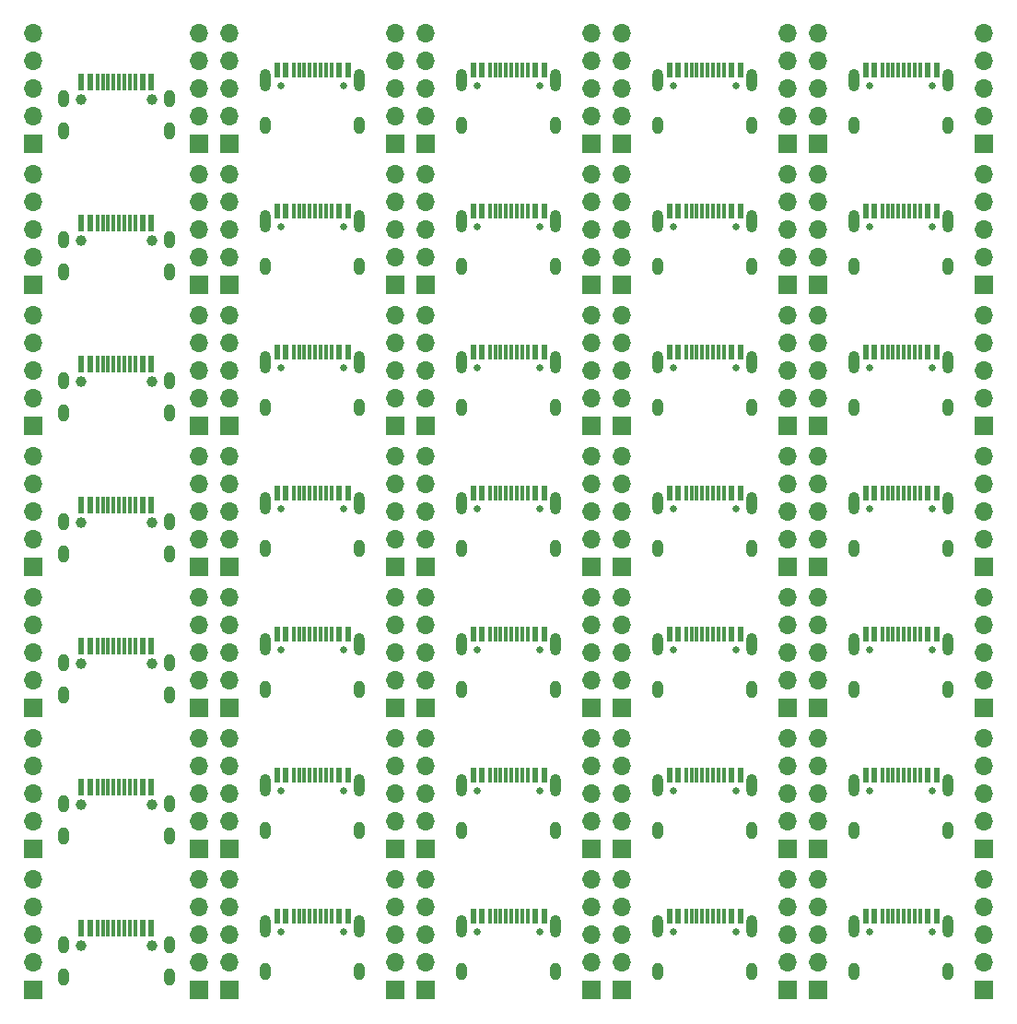
<source format=gbr>
%TF.GenerationSoftware,KiCad,Pcbnew,(6.0.7)*%
%TF.CreationDate,2022-11-03T07:54:49+08:00*%
%TF.ProjectId,panelization,70616e65-6c69-47a6-9174-696f6e2e6b69,rev?*%
%TF.SameCoordinates,Original*%
%TF.FileFunction,Soldermask,Top*%
%TF.FilePolarity,Negative*%
%FSLAX46Y46*%
G04 Gerber Fmt 4.6, Leading zero omitted, Abs format (unit mm)*
G04 Created by KiCad (PCBNEW (6.0.7)) date 2022-11-03 07:54:49*
%MOMM*%
%LPD*%
G01*
G04 APERTURE LIST*
%ADD10C,0.650000*%
%ADD11R,0.600000X1.450000*%
%ADD12R,0.300000X1.450000*%
%ADD13O,1.000000X1.600000*%
%ADD14O,1.000000X2.100000*%
%ADD15C,1.000000*%
%ADD16R,0.550000X1.500000*%
%ADD17R,0.300000X1.500000*%
%ADD18R,1.700000X1.700000*%
%ADD19O,1.700000X1.700000*%
G04 APERTURE END LIST*
D10*
%TO.C,J49*%
X135667000Y-98365000D03*
X141447000Y-98365000D03*
D11*
X135307000Y-96920000D03*
X136107000Y-96920000D03*
D12*
X137307000Y-96920000D03*
X138307000Y-96920000D03*
X138807000Y-96920000D03*
X139807000Y-96920000D03*
D11*
X141007000Y-96920000D03*
X141807000Y-96920000D03*
X141807000Y-96920000D03*
X141007000Y-96920000D03*
D12*
X140307000Y-96920000D03*
X139307000Y-96920000D03*
X137807000Y-96920000D03*
X136807000Y-96920000D03*
D11*
X136107000Y-96920000D03*
X135307000Y-96920000D03*
D13*
X142877000Y-102015000D03*
D14*
X142877000Y-97835000D03*
D13*
X134237000Y-102015000D03*
D14*
X134237000Y-97835000D03*
%TD*%
D15*
%TO.C,J74*%
X99239000Y-125548500D03*
X105739000Y-125548500D03*
D16*
X99264000Y-123988500D03*
X100069000Y-123988500D03*
D17*
X101239000Y-123988500D03*
X102239000Y-123988500D03*
X102739000Y-123988500D03*
X103739000Y-123988500D03*
D16*
X104909000Y-123988500D03*
X105714000Y-123988500D03*
X105714000Y-123988500D03*
X104909000Y-123988500D03*
D17*
X104229000Y-123988500D03*
X103239000Y-123988500D03*
X101739000Y-123988500D03*
X100749000Y-123988500D03*
D16*
X100069000Y-123988500D03*
X99264000Y-123988500D03*
D13*
X97594000Y-125448500D03*
X97594000Y-128448500D03*
X107384000Y-125448500D03*
X107384000Y-128448500D03*
%TD*%
D10*
%TO.C,J100*%
X171735000Y-137227000D03*
X177515000Y-137227000D03*
D11*
X171375000Y-135782000D03*
X172175000Y-135782000D03*
D12*
X173375000Y-135782000D03*
X174375000Y-135782000D03*
X174875000Y-135782000D03*
X175875000Y-135782000D03*
D11*
X177075000Y-135782000D03*
X177875000Y-135782000D03*
X177875000Y-135782000D03*
X177075000Y-135782000D03*
D12*
X176375000Y-135782000D03*
X175375000Y-135782000D03*
X173875000Y-135782000D03*
X172875000Y-135782000D03*
D11*
X172175000Y-135782000D03*
X171375000Y-135782000D03*
D14*
X170305000Y-136697000D03*
D13*
X170305000Y-140877000D03*
X178945000Y-140877000D03*
D14*
X178945000Y-136697000D03*
%TD*%
D10*
%TO.C,J7*%
X159481000Y-59503000D03*
X153701000Y-59503000D03*
D11*
X153341000Y-58058000D03*
X154141000Y-58058000D03*
D12*
X155341000Y-58058000D03*
X156341000Y-58058000D03*
X156841000Y-58058000D03*
X157841000Y-58058000D03*
D11*
X159041000Y-58058000D03*
X159841000Y-58058000D03*
X159841000Y-58058000D03*
X159041000Y-58058000D03*
D12*
X158341000Y-58058000D03*
X157341000Y-58058000D03*
X155841000Y-58058000D03*
X154841000Y-58058000D03*
D11*
X154141000Y-58058000D03*
X153341000Y-58058000D03*
D14*
X152271000Y-58973000D03*
D13*
X160911000Y-63153000D03*
D14*
X160911000Y-58973000D03*
D13*
X152271000Y-63153000D03*
%TD*%
D10*
%TO.C,J28*%
X117633000Y-85411000D03*
X123413000Y-85411000D03*
D11*
X117273000Y-83966000D03*
X118073000Y-83966000D03*
D12*
X119273000Y-83966000D03*
X120273000Y-83966000D03*
X120773000Y-83966000D03*
X121773000Y-83966000D03*
D11*
X122973000Y-83966000D03*
X123773000Y-83966000D03*
X123773000Y-83966000D03*
X122973000Y-83966000D03*
D12*
X122273000Y-83966000D03*
X121273000Y-83966000D03*
X119773000Y-83966000D03*
X118773000Y-83966000D03*
D11*
X118073000Y-83966000D03*
X117273000Y-83966000D03*
D13*
X124843000Y-89061000D03*
D14*
X116203000Y-84881000D03*
X124843000Y-84881000D03*
D13*
X116203000Y-89061000D03*
%TD*%
D10*
%TO.C,J19*%
X141447000Y-72457000D03*
X135667000Y-72457000D03*
D11*
X135307000Y-71012000D03*
X136107000Y-71012000D03*
D12*
X137307000Y-71012000D03*
X138307000Y-71012000D03*
X138807000Y-71012000D03*
X139807000Y-71012000D03*
D11*
X141007000Y-71012000D03*
X141807000Y-71012000D03*
X141807000Y-71012000D03*
X141007000Y-71012000D03*
D12*
X140307000Y-71012000D03*
X139307000Y-71012000D03*
X137807000Y-71012000D03*
X136807000Y-71012000D03*
D11*
X136107000Y-71012000D03*
X135307000Y-71012000D03*
D13*
X142877000Y-76107000D03*
D14*
X134237000Y-71927000D03*
D13*
X134237000Y-76107000D03*
D14*
X142877000Y-71927000D03*
%TD*%
D10*
%TO.C,J1*%
X123413000Y-59503000D03*
X117633000Y-59503000D03*
D11*
X117273000Y-58058000D03*
X118073000Y-58058000D03*
D12*
X119273000Y-58058000D03*
X120273000Y-58058000D03*
X120773000Y-58058000D03*
X121773000Y-58058000D03*
D11*
X122973000Y-58058000D03*
X123773000Y-58058000D03*
X123773000Y-58058000D03*
X122973000Y-58058000D03*
D12*
X122273000Y-58058000D03*
X121273000Y-58058000D03*
X119773000Y-58058000D03*
X118773000Y-58058000D03*
D11*
X118073000Y-58058000D03*
X117273000Y-58058000D03*
D14*
X116203000Y-58973000D03*
X124843000Y-58973000D03*
D13*
X124843000Y-63153000D03*
X116203000Y-63153000D03*
%TD*%
D10*
%TO.C,J94*%
X141447000Y-137227000D03*
X135667000Y-137227000D03*
D11*
X135307000Y-135782000D03*
X136107000Y-135782000D03*
D12*
X137307000Y-135782000D03*
X138307000Y-135782000D03*
X138807000Y-135782000D03*
X139807000Y-135782000D03*
D11*
X141007000Y-135782000D03*
X141807000Y-135782000D03*
X141807000Y-135782000D03*
X141007000Y-135782000D03*
D12*
X140307000Y-135782000D03*
X139307000Y-135782000D03*
X137807000Y-135782000D03*
X136807000Y-135782000D03*
D11*
X136107000Y-135782000D03*
X135307000Y-135782000D03*
D13*
X134237000Y-140877000D03*
X142877000Y-140877000D03*
D14*
X142877000Y-136697000D03*
X134237000Y-136697000D03*
%TD*%
D10*
%TO.C,J13*%
X117633000Y-72457000D03*
X123413000Y-72457000D03*
D11*
X117273000Y-71012000D03*
X118073000Y-71012000D03*
D12*
X119273000Y-71012000D03*
X120273000Y-71012000D03*
X120773000Y-71012000D03*
X121773000Y-71012000D03*
D11*
X122973000Y-71012000D03*
X123773000Y-71012000D03*
X123773000Y-71012000D03*
X122973000Y-71012000D03*
D12*
X122273000Y-71012000D03*
X121273000Y-71012000D03*
X119773000Y-71012000D03*
X118773000Y-71012000D03*
D11*
X118073000Y-71012000D03*
X117273000Y-71012000D03*
D13*
X116203000Y-76107000D03*
D14*
X116203000Y-71927000D03*
X124843000Y-71927000D03*
D13*
X124843000Y-76107000D03*
%TD*%
D10*
%TO.C,J55*%
X171735000Y-98365000D03*
X177515000Y-98365000D03*
D11*
X171375000Y-96920000D03*
X172175000Y-96920000D03*
D12*
X173375000Y-96920000D03*
X174375000Y-96920000D03*
X174875000Y-96920000D03*
X175875000Y-96920000D03*
D11*
X177075000Y-96920000D03*
X177875000Y-96920000D03*
X177875000Y-96920000D03*
X177075000Y-96920000D03*
D12*
X176375000Y-96920000D03*
X175375000Y-96920000D03*
X173875000Y-96920000D03*
X172875000Y-96920000D03*
D11*
X172175000Y-96920000D03*
X171375000Y-96920000D03*
D13*
X178945000Y-102015000D03*
D14*
X178945000Y-97835000D03*
X170305000Y-97835000D03*
D13*
X170305000Y-102015000D03*
%TD*%
D10*
%TO.C,J40*%
X177515000Y-85411000D03*
X171735000Y-85411000D03*
D11*
X171375000Y-83966000D03*
X172175000Y-83966000D03*
D12*
X173375000Y-83966000D03*
X174375000Y-83966000D03*
X174875000Y-83966000D03*
X175875000Y-83966000D03*
D11*
X177075000Y-83966000D03*
X177875000Y-83966000D03*
X177875000Y-83966000D03*
X177075000Y-83966000D03*
D12*
X176375000Y-83966000D03*
X175375000Y-83966000D03*
X173875000Y-83966000D03*
X172875000Y-83966000D03*
D11*
X172175000Y-83966000D03*
X171375000Y-83966000D03*
D13*
X170305000Y-89061000D03*
D14*
X178945000Y-84881000D03*
X170305000Y-84881000D03*
D13*
X178945000Y-89061000D03*
%TD*%
D10*
%TO.C,J88*%
X123413000Y-137227000D03*
X117633000Y-137227000D03*
D11*
X117273000Y-135782000D03*
X118073000Y-135782000D03*
D12*
X119273000Y-135782000D03*
X120273000Y-135782000D03*
X120773000Y-135782000D03*
X121773000Y-135782000D03*
D11*
X122973000Y-135782000D03*
X123773000Y-135782000D03*
X123773000Y-135782000D03*
X122973000Y-135782000D03*
D12*
X122273000Y-135782000D03*
X121273000Y-135782000D03*
X119773000Y-135782000D03*
X118773000Y-135782000D03*
D11*
X118073000Y-135782000D03*
X117273000Y-135782000D03*
D13*
X116203000Y-140877000D03*
D14*
X124843000Y-136697000D03*
X116203000Y-136697000D03*
D13*
X124843000Y-140877000D03*
%TD*%
D15*
%TO.C,J29*%
X105739000Y-86686500D03*
X99239000Y-86686500D03*
D16*
X99264000Y-85126500D03*
X100069000Y-85126500D03*
D17*
X101239000Y-85126500D03*
X102239000Y-85126500D03*
X102739000Y-85126500D03*
X103739000Y-85126500D03*
D16*
X104909000Y-85126500D03*
X105714000Y-85126500D03*
X105714000Y-85126500D03*
X104909000Y-85126500D03*
D17*
X104229000Y-85126500D03*
X103239000Y-85126500D03*
X101739000Y-85126500D03*
X100749000Y-85126500D03*
D16*
X100069000Y-85126500D03*
X99264000Y-85126500D03*
D13*
X97594000Y-89586500D03*
X107384000Y-89586500D03*
X107384000Y-86586500D03*
X97594000Y-86586500D03*
%TD*%
D15*
%TO.C,J14*%
X105739000Y-73732500D03*
X99239000Y-73732500D03*
D16*
X99264000Y-72172500D03*
X100069000Y-72172500D03*
D17*
X101239000Y-72172500D03*
X102239000Y-72172500D03*
X102739000Y-72172500D03*
X103739000Y-72172500D03*
D16*
X104909000Y-72172500D03*
X105714000Y-72172500D03*
X105714000Y-72172500D03*
X104909000Y-72172500D03*
D17*
X104229000Y-72172500D03*
X103239000Y-72172500D03*
X101739000Y-72172500D03*
X100749000Y-72172500D03*
D16*
X100069000Y-72172500D03*
X99264000Y-72172500D03*
D13*
X107384000Y-76632500D03*
X97594000Y-73632500D03*
X97594000Y-76632500D03*
X107384000Y-73632500D03*
%TD*%
D15*
%TO.C,J59*%
X99239000Y-112594500D03*
X105739000Y-112594500D03*
D16*
X99264000Y-111034500D03*
X100069000Y-111034500D03*
D17*
X101239000Y-111034500D03*
X102239000Y-111034500D03*
X102739000Y-111034500D03*
X103739000Y-111034500D03*
D16*
X104909000Y-111034500D03*
X105714000Y-111034500D03*
X105714000Y-111034500D03*
X104909000Y-111034500D03*
D17*
X104229000Y-111034500D03*
X103239000Y-111034500D03*
X101739000Y-111034500D03*
X100749000Y-111034500D03*
D16*
X100069000Y-111034500D03*
X99264000Y-111034500D03*
D13*
X97594000Y-115494500D03*
X107384000Y-115494500D03*
X107384000Y-112494500D03*
X97594000Y-112494500D03*
%TD*%
D10*
%TO.C,J52*%
X159481000Y-98365000D03*
X153701000Y-98365000D03*
D11*
X153341000Y-96920000D03*
X154141000Y-96920000D03*
D12*
X155341000Y-96920000D03*
X156341000Y-96920000D03*
X156841000Y-96920000D03*
X157841000Y-96920000D03*
D11*
X159041000Y-96920000D03*
X159841000Y-96920000D03*
X159841000Y-96920000D03*
X159041000Y-96920000D03*
D12*
X158341000Y-96920000D03*
X157341000Y-96920000D03*
X155841000Y-96920000D03*
X154841000Y-96920000D03*
D11*
X154141000Y-96920000D03*
X153341000Y-96920000D03*
D13*
X160911000Y-102015000D03*
D14*
X160911000Y-97835000D03*
D13*
X152271000Y-102015000D03*
D14*
X152271000Y-97835000D03*
%TD*%
D10*
%TO.C,J37*%
X153701000Y-85411000D03*
X159481000Y-85411000D03*
D11*
X153341000Y-83966000D03*
X154141000Y-83966000D03*
D12*
X155341000Y-83966000D03*
X156341000Y-83966000D03*
X156841000Y-83966000D03*
X157841000Y-83966000D03*
D11*
X159041000Y-83966000D03*
X159841000Y-83966000D03*
X159841000Y-83966000D03*
X159041000Y-83966000D03*
D12*
X158341000Y-83966000D03*
X157341000Y-83966000D03*
X155841000Y-83966000D03*
X154841000Y-83966000D03*
D11*
X154141000Y-83966000D03*
X153341000Y-83966000D03*
D13*
X152271000Y-89061000D03*
X160911000Y-89061000D03*
D14*
X160911000Y-84881000D03*
X152271000Y-84881000D03*
%TD*%
D15*
%TO.C,J1*%
X105739000Y-60778500D03*
X99239000Y-60778500D03*
D16*
X99264000Y-59218500D03*
X100069000Y-59218500D03*
D17*
X101239000Y-59218500D03*
X102239000Y-59218500D03*
X102739000Y-59218500D03*
X103739000Y-59218500D03*
D16*
X104909000Y-59218500D03*
X105714000Y-59218500D03*
X105714000Y-59218500D03*
X104909000Y-59218500D03*
D17*
X104229000Y-59218500D03*
X103239000Y-59218500D03*
X101739000Y-59218500D03*
X100749000Y-59218500D03*
D16*
X100069000Y-59218500D03*
X99264000Y-59218500D03*
D13*
X97594000Y-60678500D03*
X107384000Y-60678500D03*
X107384000Y-63678500D03*
X97594000Y-63678500D03*
%TD*%
D10*
%TO.C,J58*%
X123413000Y-111319000D03*
X117633000Y-111319000D03*
D11*
X117273000Y-109874000D03*
X118073000Y-109874000D03*
D12*
X119273000Y-109874000D03*
X120273000Y-109874000D03*
X120773000Y-109874000D03*
X121773000Y-109874000D03*
D11*
X122973000Y-109874000D03*
X123773000Y-109874000D03*
X123773000Y-109874000D03*
X122973000Y-109874000D03*
D12*
X122273000Y-109874000D03*
X121273000Y-109874000D03*
X119773000Y-109874000D03*
X118773000Y-109874000D03*
D11*
X118073000Y-109874000D03*
X117273000Y-109874000D03*
D13*
X124843000Y-114969000D03*
D14*
X116203000Y-110789000D03*
X124843000Y-110789000D03*
D13*
X116203000Y-114969000D03*
%TD*%
D10*
%TO.C,J79*%
X141447000Y-124273000D03*
X135667000Y-124273000D03*
D11*
X135307000Y-122828000D03*
X136107000Y-122828000D03*
D12*
X137307000Y-122828000D03*
X138307000Y-122828000D03*
X138807000Y-122828000D03*
X139807000Y-122828000D03*
D11*
X141007000Y-122828000D03*
X141807000Y-122828000D03*
X141807000Y-122828000D03*
X141007000Y-122828000D03*
D12*
X140307000Y-122828000D03*
X139307000Y-122828000D03*
X137807000Y-122828000D03*
X136807000Y-122828000D03*
D11*
X136107000Y-122828000D03*
X135307000Y-122828000D03*
D13*
X142877000Y-127923000D03*
D14*
X142877000Y-123743000D03*
D13*
X134237000Y-127923000D03*
D14*
X134237000Y-123743000D03*
%TD*%
D10*
%TO.C,J43*%
X117633000Y-98365000D03*
X123413000Y-98365000D03*
D11*
X117273000Y-96920000D03*
X118073000Y-96920000D03*
D12*
X119273000Y-96920000D03*
X120273000Y-96920000D03*
X120773000Y-96920000D03*
X121773000Y-96920000D03*
D11*
X122973000Y-96920000D03*
X123773000Y-96920000D03*
X123773000Y-96920000D03*
X122973000Y-96920000D03*
D12*
X122273000Y-96920000D03*
X121273000Y-96920000D03*
X119773000Y-96920000D03*
X118773000Y-96920000D03*
D11*
X118073000Y-96920000D03*
X117273000Y-96920000D03*
D14*
X116203000Y-97835000D03*
D13*
X124843000Y-102015000D03*
X116203000Y-102015000D03*
D14*
X124843000Y-97835000D03*
%TD*%
D10*
%TO.C,J4*%
X141447000Y-59503000D03*
X135667000Y-59503000D03*
D11*
X135307000Y-58058000D03*
X136107000Y-58058000D03*
D12*
X137307000Y-58058000D03*
X138307000Y-58058000D03*
X138807000Y-58058000D03*
X139807000Y-58058000D03*
D11*
X141007000Y-58058000D03*
X141807000Y-58058000D03*
X141807000Y-58058000D03*
X141007000Y-58058000D03*
D12*
X140307000Y-58058000D03*
X139307000Y-58058000D03*
X137807000Y-58058000D03*
X136807000Y-58058000D03*
D11*
X136107000Y-58058000D03*
X135307000Y-58058000D03*
D13*
X134237000Y-63153000D03*
D14*
X142877000Y-58973000D03*
X134237000Y-58973000D03*
D13*
X142877000Y-63153000D03*
%TD*%
D10*
%TO.C,J64*%
X141447000Y-111319000D03*
X135667000Y-111319000D03*
D11*
X135307000Y-109874000D03*
X136107000Y-109874000D03*
D12*
X137307000Y-109874000D03*
X138307000Y-109874000D03*
X138807000Y-109874000D03*
X139807000Y-109874000D03*
D11*
X141007000Y-109874000D03*
X141807000Y-109874000D03*
X141807000Y-109874000D03*
X141007000Y-109874000D03*
D12*
X140307000Y-109874000D03*
X139307000Y-109874000D03*
X137807000Y-109874000D03*
X136807000Y-109874000D03*
D11*
X136107000Y-109874000D03*
X135307000Y-109874000D03*
D14*
X142877000Y-110789000D03*
X134237000Y-110789000D03*
D13*
X142877000Y-114969000D03*
X134237000Y-114969000D03*
%TD*%
D10*
%TO.C,J22*%
X159481000Y-72457000D03*
X153701000Y-72457000D03*
D11*
X153341000Y-71012000D03*
X154141000Y-71012000D03*
D12*
X155341000Y-71012000D03*
X156341000Y-71012000D03*
X156841000Y-71012000D03*
X157841000Y-71012000D03*
D11*
X159041000Y-71012000D03*
X159841000Y-71012000D03*
X159841000Y-71012000D03*
X159041000Y-71012000D03*
D12*
X158341000Y-71012000D03*
X157341000Y-71012000D03*
X155841000Y-71012000D03*
X154841000Y-71012000D03*
D11*
X154141000Y-71012000D03*
X153341000Y-71012000D03*
D14*
X152271000Y-71927000D03*
D13*
X152271000Y-76107000D03*
X160911000Y-76107000D03*
D14*
X160911000Y-71927000D03*
%TD*%
D15*
%TO.C,J89*%
X105739000Y-138502500D03*
X99239000Y-138502500D03*
D16*
X99264000Y-136942500D03*
X100069000Y-136942500D03*
D17*
X101239000Y-136942500D03*
X102239000Y-136942500D03*
X102739000Y-136942500D03*
X103739000Y-136942500D03*
D16*
X104909000Y-136942500D03*
X105714000Y-136942500D03*
X105714000Y-136942500D03*
X104909000Y-136942500D03*
D17*
X104229000Y-136942500D03*
X103239000Y-136942500D03*
X101739000Y-136942500D03*
X100749000Y-136942500D03*
D16*
X100069000Y-136942500D03*
X99264000Y-136942500D03*
D13*
X97594000Y-138402500D03*
X107384000Y-138402500D03*
X107384000Y-141402500D03*
X97594000Y-141402500D03*
%TD*%
D10*
%TO.C,J10*%
X171735000Y-59503000D03*
X177515000Y-59503000D03*
D11*
X171375000Y-58058000D03*
X172175000Y-58058000D03*
D12*
X173375000Y-58058000D03*
X174375000Y-58058000D03*
X174875000Y-58058000D03*
X175875000Y-58058000D03*
D11*
X177075000Y-58058000D03*
X177875000Y-58058000D03*
X177875000Y-58058000D03*
X177075000Y-58058000D03*
D12*
X176375000Y-58058000D03*
X175375000Y-58058000D03*
X173875000Y-58058000D03*
X172875000Y-58058000D03*
D11*
X172175000Y-58058000D03*
X171375000Y-58058000D03*
D14*
X170305000Y-58973000D03*
D13*
X170305000Y-63153000D03*
D14*
X178945000Y-58973000D03*
D13*
X178945000Y-63153000D03*
%TD*%
D10*
%TO.C,J34*%
X135667000Y-85411000D03*
X141447000Y-85411000D03*
D11*
X135307000Y-83966000D03*
X136107000Y-83966000D03*
D12*
X137307000Y-83966000D03*
X138307000Y-83966000D03*
X138807000Y-83966000D03*
X139807000Y-83966000D03*
D11*
X141007000Y-83966000D03*
X141807000Y-83966000D03*
X141807000Y-83966000D03*
X141007000Y-83966000D03*
D12*
X140307000Y-83966000D03*
X139307000Y-83966000D03*
X137807000Y-83966000D03*
X136807000Y-83966000D03*
D11*
X136107000Y-83966000D03*
X135307000Y-83966000D03*
D13*
X142877000Y-89061000D03*
D14*
X134237000Y-84881000D03*
D13*
X134237000Y-89061000D03*
D14*
X142877000Y-84881000D03*
%TD*%
D10*
%TO.C,J25*%
X177515000Y-72457000D03*
X171735000Y-72457000D03*
D11*
X171375000Y-71012000D03*
X172175000Y-71012000D03*
D12*
X173375000Y-71012000D03*
X174375000Y-71012000D03*
X174875000Y-71012000D03*
X175875000Y-71012000D03*
D11*
X177075000Y-71012000D03*
X177875000Y-71012000D03*
X177875000Y-71012000D03*
X177075000Y-71012000D03*
D12*
X176375000Y-71012000D03*
X175375000Y-71012000D03*
X173875000Y-71012000D03*
X172875000Y-71012000D03*
D11*
X172175000Y-71012000D03*
X171375000Y-71012000D03*
D13*
X170305000Y-76107000D03*
D14*
X170305000Y-71927000D03*
X178945000Y-71927000D03*
D13*
X178945000Y-76107000D03*
%TD*%
D10*
%TO.C,J73*%
X117633000Y-124273000D03*
X123413000Y-124273000D03*
D11*
X117273000Y-122828000D03*
X118073000Y-122828000D03*
D12*
X119273000Y-122828000D03*
X120273000Y-122828000D03*
X120773000Y-122828000D03*
X121773000Y-122828000D03*
D11*
X122973000Y-122828000D03*
X123773000Y-122828000D03*
X123773000Y-122828000D03*
X122973000Y-122828000D03*
D12*
X122273000Y-122828000D03*
X121273000Y-122828000D03*
X119773000Y-122828000D03*
X118773000Y-122828000D03*
D11*
X118073000Y-122828000D03*
X117273000Y-122828000D03*
D14*
X124843000Y-123743000D03*
D13*
X116203000Y-127923000D03*
D14*
X116203000Y-123743000D03*
D13*
X124843000Y-127923000D03*
%TD*%
D10*
%TO.C,J97*%
X159481000Y-137227000D03*
X153701000Y-137227000D03*
D11*
X153341000Y-135782000D03*
X154141000Y-135782000D03*
D12*
X155341000Y-135782000D03*
X156341000Y-135782000D03*
X156841000Y-135782000D03*
X157841000Y-135782000D03*
D11*
X159041000Y-135782000D03*
X159841000Y-135782000D03*
X159841000Y-135782000D03*
X159041000Y-135782000D03*
D12*
X158341000Y-135782000D03*
X157341000Y-135782000D03*
X155841000Y-135782000D03*
X154841000Y-135782000D03*
D11*
X154141000Y-135782000D03*
X153341000Y-135782000D03*
D13*
X160911000Y-140877000D03*
D14*
X160911000Y-136697000D03*
X152271000Y-136697000D03*
D13*
X152271000Y-140877000D03*
%TD*%
D10*
%TO.C,J67*%
X153701000Y-111319000D03*
X159481000Y-111319000D03*
D11*
X153341000Y-109874000D03*
X154141000Y-109874000D03*
D12*
X155341000Y-109874000D03*
X156341000Y-109874000D03*
X156841000Y-109874000D03*
X157841000Y-109874000D03*
D11*
X159041000Y-109874000D03*
X159841000Y-109874000D03*
X159841000Y-109874000D03*
X159041000Y-109874000D03*
D12*
X158341000Y-109874000D03*
X157341000Y-109874000D03*
X155841000Y-109874000D03*
X154841000Y-109874000D03*
D11*
X154141000Y-109874000D03*
X153341000Y-109874000D03*
D14*
X160911000Y-110789000D03*
X152271000Y-110789000D03*
D13*
X152271000Y-114969000D03*
X160911000Y-114969000D03*
%TD*%
D15*
%TO.C,J44*%
X105739000Y-99640500D03*
X99239000Y-99640500D03*
D16*
X99264000Y-98080500D03*
X100069000Y-98080500D03*
D17*
X101239000Y-98080500D03*
X102239000Y-98080500D03*
X102739000Y-98080500D03*
X103739000Y-98080500D03*
D16*
X104909000Y-98080500D03*
X105714000Y-98080500D03*
X105714000Y-98080500D03*
X104909000Y-98080500D03*
D17*
X104229000Y-98080500D03*
X103239000Y-98080500D03*
X101739000Y-98080500D03*
X100749000Y-98080500D03*
D16*
X100069000Y-98080500D03*
X99264000Y-98080500D03*
D13*
X107384000Y-99540500D03*
X107384000Y-102540500D03*
X97594000Y-102540500D03*
X97594000Y-99540500D03*
%TD*%
D10*
%TO.C,J85*%
X177515000Y-124273000D03*
X171735000Y-124273000D03*
D11*
X171375000Y-122828000D03*
X172175000Y-122828000D03*
D12*
X173375000Y-122828000D03*
X174375000Y-122828000D03*
X174875000Y-122828000D03*
X175875000Y-122828000D03*
D11*
X177075000Y-122828000D03*
X177875000Y-122828000D03*
X177875000Y-122828000D03*
X177075000Y-122828000D03*
D12*
X176375000Y-122828000D03*
X175375000Y-122828000D03*
X173875000Y-122828000D03*
X172875000Y-122828000D03*
D11*
X172175000Y-122828000D03*
X171375000Y-122828000D03*
D13*
X170305000Y-127923000D03*
D14*
X178945000Y-123743000D03*
D13*
X178945000Y-127923000D03*
D14*
X170305000Y-123743000D03*
%TD*%
D10*
%TO.C,J82*%
X153701000Y-124273000D03*
X159481000Y-124273000D03*
D11*
X153341000Y-122828000D03*
X154141000Y-122828000D03*
D12*
X155341000Y-122828000D03*
X156341000Y-122828000D03*
X156841000Y-122828000D03*
X157841000Y-122828000D03*
D11*
X159041000Y-122828000D03*
X159841000Y-122828000D03*
X159841000Y-122828000D03*
X159041000Y-122828000D03*
D12*
X158341000Y-122828000D03*
X157341000Y-122828000D03*
X155841000Y-122828000D03*
X154841000Y-122828000D03*
D11*
X154141000Y-122828000D03*
X153341000Y-122828000D03*
D13*
X160911000Y-127923000D03*
D14*
X160911000Y-123743000D03*
X152271000Y-123743000D03*
D13*
X152271000Y-127923000D03*
%TD*%
D10*
%TO.C,J70*%
X171735000Y-111319000D03*
X177515000Y-111319000D03*
D11*
X171375000Y-109874000D03*
X172175000Y-109874000D03*
D12*
X173375000Y-109874000D03*
X174375000Y-109874000D03*
X174875000Y-109874000D03*
X175875000Y-109874000D03*
D11*
X177075000Y-109874000D03*
X177875000Y-109874000D03*
X177875000Y-109874000D03*
X177075000Y-109874000D03*
D12*
X176375000Y-109874000D03*
X175375000Y-109874000D03*
X173875000Y-109874000D03*
X172875000Y-109874000D03*
D11*
X172175000Y-109874000D03*
X171375000Y-109874000D03*
D13*
X170305000Y-114969000D03*
X178945000Y-114969000D03*
D14*
X178945000Y-110789000D03*
X170305000Y-110789000D03*
%TD*%
D18*
%TO.C,J92*%
X94869000Y-142621000D03*
D19*
X94869000Y-140081000D03*
X94869000Y-137541000D03*
X94869000Y-135001000D03*
X94869000Y-132461000D03*
%TD*%
D18*
%TO.C,J46*%
X128143000Y-103754000D03*
D19*
X128143000Y-101214000D03*
X128143000Y-98674000D03*
X128143000Y-96134000D03*
X128143000Y-93594000D03*
%TD*%
D18*
%TO.C,J42*%
X167005000Y-90805000D03*
D19*
X167005000Y-88265000D03*
X167005000Y-85725000D03*
X167005000Y-83185000D03*
X167005000Y-80645000D03*
%TD*%
D18*
%TO.C,J56*%
X182245000Y-103754000D03*
D19*
X182245000Y-101214000D03*
X182245000Y-98674000D03*
X182245000Y-96134000D03*
X182245000Y-93594000D03*
%TD*%
D18*
%TO.C,J30*%
X110109000Y-90800000D03*
D19*
X110109000Y-88260000D03*
X110109000Y-85720000D03*
X110109000Y-83180000D03*
X110109000Y-80640000D03*
%TD*%
D18*
%TO.C,J23*%
X164211000Y-77846000D03*
D19*
X164211000Y-75306000D03*
X164211000Y-72766000D03*
X164211000Y-70226000D03*
X164211000Y-67686000D03*
%TD*%
D18*
%TO.C,J38*%
X164211000Y-90800000D03*
D19*
X164211000Y-88260000D03*
X164211000Y-85720000D03*
X164211000Y-83180000D03*
X164211000Y-80640000D03*
%TD*%
D18*
%TO.C,J71*%
X182245000Y-116708000D03*
D19*
X182245000Y-114168000D03*
X182245000Y-111628000D03*
X182245000Y-109088000D03*
X182245000Y-106548000D03*
%TD*%
D18*
%TO.C,J5*%
X146177000Y-64892000D03*
D19*
X146177000Y-62352000D03*
X146177000Y-59812000D03*
X146177000Y-57272000D03*
X146177000Y-54732000D03*
%TD*%
D18*
%TO.C,J12*%
X167005000Y-64897000D03*
D19*
X167005000Y-62357000D03*
X167005000Y-59817000D03*
X167005000Y-57277000D03*
X167005000Y-54737000D03*
%TD*%
D18*
%TO.C,J26*%
X182245000Y-77846000D03*
D19*
X182245000Y-75306000D03*
X182245000Y-72766000D03*
X182245000Y-70226000D03*
X182245000Y-67686000D03*
%TD*%
D18*
%TO.C,J84*%
X148971000Y-129667000D03*
D19*
X148971000Y-127127000D03*
X148971000Y-124587000D03*
X148971000Y-122047000D03*
X148971000Y-119507000D03*
%TD*%
D18*
%TO.C,J80*%
X146177000Y-129662000D03*
D19*
X146177000Y-127122000D03*
X146177000Y-124582000D03*
X146177000Y-122042000D03*
X146177000Y-119502000D03*
%TD*%
D18*
%TO.C,J3*%
X112903000Y-64897000D03*
D19*
X112903000Y-62357000D03*
X112903000Y-59817000D03*
X112903000Y-57277000D03*
X112903000Y-54737000D03*
%TD*%
D18*
%TO.C,J102*%
X167005000Y-142621000D03*
D19*
X167005000Y-140081000D03*
X167005000Y-137541000D03*
X167005000Y-135001000D03*
X167005000Y-132461000D03*
%TD*%
D18*
%TO.C,J35*%
X146177000Y-90800000D03*
D19*
X146177000Y-88260000D03*
X146177000Y-85720000D03*
X146177000Y-83180000D03*
X146177000Y-80640000D03*
%TD*%
D18*
%TO.C,J31*%
X128143000Y-90800000D03*
D19*
X128143000Y-88260000D03*
X128143000Y-85720000D03*
X128143000Y-83180000D03*
X128143000Y-80640000D03*
%TD*%
D18*
%TO.C,J2*%
X110109000Y-64892000D03*
D19*
X110109000Y-62352000D03*
X110109000Y-59812000D03*
X110109000Y-57272000D03*
X110109000Y-54732000D03*
%TD*%
D18*
%TO.C,J66*%
X130937000Y-116713000D03*
D19*
X130937000Y-114173000D03*
X130937000Y-111633000D03*
X130937000Y-109093000D03*
X130937000Y-106553000D03*
%TD*%
D18*
%TO.C,J61*%
X128143000Y-116708000D03*
D19*
X128143000Y-114168000D03*
X128143000Y-111628000D03*
X128143000Y-109088000D03*
X128143000Y-106548000D03*
%TD*%
D18*
%TO.C,J69*%
X148971000Y-116713000D03*
D19*
X148971000Y-114173000D03*
X148971000Y-111633000D03*
X148971000Y-109093000D03*
X148971000Y-106553000D03*
%TD*%
D18*
%TO.C,J20*%
X146177000Y-77846000D03*
D19*
X146177000Y-75306000D03*
X146177000Y-72766000D03*
X146177000Y-70226000D03*
X146177000Y-67686000D03*
%TD*%
D18*
%TO.C,J75*%
X110109000Y-129662000D03*
D19*
X110109000Y-127122000D03*
X110109000Y-124582000D03*
X110109000Y-122042000D03*
X110109000Y-119502000D03*
%TD*%
D18*
%TO.C,J11*%
X182245000Y-64892000D03*
D19*
X182245000Y-62352000D03*
X182245000Y-59812000D03*
X182245000Y-57272000D03*
X182245000Y-54732000D03*
%TD*%
D18*
%TO.C,J45*%
X110109000Y-103754000D03*
D19*
X110109000Y-101214000D03*
X110109000Y-98674000D03*
X110109000Y-96134000D03*
X110109000Y-93594000D03*
%TD*%
D18*
%TO.C,J72*%
X167005000Y-116713000D03*
D19*
X167005000Y-114173000D03*
X167005000Y-111633000D03*
X167005000Y-109093000D03*
X167005000Y-106553000D03*
%TD*%
D18*
%TO.C,J24*%
X148971000Y-77851000D03*
D19*
X148971000Y-75311000D03*
X148971000Y-72771000D03*
X148971000Y-70231000D03*
X148971000Y-67691000D03*
%TD*%
D18*
%TO.C,J87*%
X167005000Y-129667000D03*
D19*
X167005000Y-127127000D03*
X167005000Y-124587000D03*
X167005000Y-122047000D03*
X167005000Y-119507000D03*
%TD*%
D18*
%TO.C,J95*%
X146177000Y-142616000D03*
D19*
X146177000Y-140076000D03*
X146177000Y-137536000D03*
X146177000Y-134996000D03*
X146177000Y-132456000D03*
%TD*%
D18*
%TO.C,J17*%
X94869000Y-77851000D03*
D19*
X94869000Y-75311000D03*
X94869000Y-72771000D03*
X94869000Y-70231000D03*
X94869000Y-67691000D03*
%TD*%
D18*
%TO.C,J48*%
X112903000Y-103759000D03*
D19*
X112903000Y-101219000D03*
X112903000Y-98679000D03*
X112903000Y-96139000D03*
X112903000Y-93599000D03*
%TD*%
D18*
%TO.C,J65*%
X146177000Y-116708000D03*
D19*
X146177000Y-114168000D03*
X146177000Y-111628000D03*
X146177000Y-109088000D03*
X146177000Y-106548000D03*
%TD*%
D18*
%TO.C,J36*%
X130937000Y-90805000D03*
D19*
X130937000Y-88265000D03*
X130937000Y-85725000D03*
X130937000Y-83185000D03*
X130937000Y-80645000D03*
%TD*%
D18*
%TO.C,J93*%
X112903000Y-142621000D03*
D19*
X112903000Y-140081000D03*
X112903000Y-137541000D03*
X112903000Y-135001000D03*
X112903000Y-132461000D03*
%TD*%
D18*
%TO.C,J98*%
X164211000Y-142616000D03*
D19*
X164211000Y-140076000D03*
X164211000Y-137536000D03*
X164211000Y-134996000D03*
X164211000Y-132456000D03*
%TD*%
D18*
%TO.C,J68*%
X164211000Y-116708000D03*
D19*
X164211000Y-114168000D03*
X164211000Y-111628000D03*
X164211000Y-109088000D03*
X164211000Y-106548000D03*
%TD*%
D18*
%TO.C,J101*%
X182245000Y-142616000D03*
D19*
X182245000Y-140076000D03*
X182245000Y-137536000D03*
X182245000Y-134996000D03*
X182245000Y-132456000D03*
%TD*%
D18*
%TO.C,J77*%
X94869000Y-129667000D03*
D19*
X94869000Y-127127000D03*
X94869000Y-124587000D03*
X94869000Y-122047000D03*
X94869000Y-119507000D03*
%TD*%
D18*
%TO.C,J81*%
X130937000Y-129667000D03*
D19*
X130937000Y-127127000D03*
X130937000Y-124587000D03*
X130937000Y-122047000D03*
X130937000Y-119507000D03*
%TD*%
D18*
%TO.C,J76*%
X128143000Y-129662000D03*
D19*
X128143000Y-127122000D03*
X128143000Y-124582000D03*
X128143000Y-122042000D03*
X128143000Y-119502000D03*
%TD*%
D18*
%TO.C,J27*%
X167005000Y-77851000D03*
D19*
X167005000Y-75311000D03*
X167005000Y-72771000D03*
X167005000Y-70231000D03*
X167005000Y-67691000D03*
%TD*%
D18*
%TO.C,J83*%
X164211000Y-129662000D03*
D19*
X164211000Y-127122000D03*
X164211000Y-124582000D03*
X164211000Y-122042000D03*
X164211000Y-119502000D03*
%TD*%
D18*
%TO.C,J54*%
X148971000Y-103759000D03*
D19*
X148971000Y-101219000D03*
X148971000Y-98679000D03*
X148971000Y-96139000D03*
X148971000Y-93599000D03*
%TD*%
D18*
%TO.C,J99*%
X148971000Y-142621000D03*
D19*
X148971000Y-140081000D03*
X148971000Y-137541000D03*
X148971000Y-135001000D03*
X148971000Y-132461000D03*
%TD*%
D18*
%TO.C,J50*%
X146177000Y-103754000D03*
D19*
X146177000Y-101214000D03*
X146177000Y-98674000D03*
X146177000Y-96134000D03*
X146177000Y-93594000D03*
%TD*%
D18*
%TO.C,J63*%
X112903000Y-116713000D03*
D19*
X112903000Y-114173000D03*
X112903000Y-111633000D03*
X112903000Y-109093000D03*
X112903000Y-106553000D03*
%TD*%
D18*
%TO.C,J16*%
X128143000Y-77846000D03*
D19*
X128143000Y-75306000D03*
X128143000Y-72766000D03*
X128143000Y-70226000D03*
X128143000Y-67686000D03*
%TD*%
D18*
%TO.C,J51*%
X130937000Y-103759000D03*
D19*
X130937000Y-101219000D03*
X130937000Y-98679000D03*
X130937000Y-96139000D03*
X130937000Y-93599000D03*
%TD*%
D18*
%TO.C,J90*%
X110109000Y-142616000D03*
D19*
X110109000Y-140076000D03*
X110109000Y-137536000D03*
X110109000Y-134996000D03*
X110109000Y-132456000D03*
%TD*%
D18*
%TO.C,J39*%
X148971000Y-90805000D03*
D19*
X148971000Y-88265000D03*
X148971000Y-85725000D03*
X148971000Y-83185000D03*
X148971000Y-80645000D03*
%TD*%
D18*
%TO.C,J57*%
X167005000Y-103759000D03*
D19*
X167005000Y-101219000D03*
X167005000Y-98679000D03*
X167005000Y-96139000D03*
X167005000Y-93599000D03*
%TD*%
D18*
%TO.C,J91*%
X128143000Y-142616000D03*
D19*
X128143000Y-140076000D03*
X128143000Y-137536000D03*
X128143000Y-134996000D03*
X128143000Y-132456000D03*
%TD*%
D18*
%TO.C,J62*%
X94869000Y-116713000D03*
D19*
X94869000Y-114173000D03*
X94869000Y-111633000D03*
X94869000Y-109093000D03*
X94869000Y-106553000D03*
%TD*%
D18*
%TO.C,J53*%
X164211000Y-103754000D03*
D19*
X164211000Y-101214000D03*
X164211000Y-98674000D03*
X164211000Y-96134000D03*
X164211000Y-93594000D03*
%TD*%
D18*
%TO.C,J96*%
X130937000Y-142621000D03*
D19*
X130937000Y-140081000D03*
X130937000Y-137541000D03*
X130937000Y-135001000D03*
X130937000Y-132461000D03*
%TD*%
D18*
%TO.C,J18*%
X112903000Y-77851000D03*
D19*
X112903000Y-75311000D03*
X112903000Y-72771000D03*
X112903000Y-70231000D03*
X112903000Y-67691000D03*
%TD*%
D18*
%TO.C,J41*%
X182245000Y-90800000D03*
D19*
X182245000Y-88260000D03*
X182245000Y-85720000D03*
X182245000Y-83180000D03*
X182245000Y-80640000D03*
%TD*%
D18*
%TO.C,J47*%
X94869000Y-103759000D03*
D19*
X94869000Y-101219000D03*
X94869000Y-98679000D03*
X94869000Y-96139000D03*
X94869000Y-93599000D03*
%TD*%
D18*
%TO.C,J3*%
X94869000Y-64897000D03*
D19*
X94869000Y-62357000D03*
X94869000Y-59817000D03*
X94869000Y-57277000D03*
X94869000Y-54737000D03*
%TD*%
D18*
%TO.C,J6*%
X130937000Y-64897000D03*
D19*
X130937000Y-62357000D03*
X130937000Y-59817000D03*
X130937000Y-57277000D03*
X130937000Y-54737000D03*
%TD*%
D18*
%TO.C,J15*%
X110109000Y-77846000D03*
D19*
X110109000Y-75306000D03*
X110109000Y-72766000D03*
X110109000Y-70226000D03*
X110109000Y-67686000D03*
%TD*%
D18*
%TO.C,J33*%
X112903000Y-90805000D03*
D19*
X112903000Y-88265000D03*
X112903000Y-85725000D03*
X112903000Y-83185000D03*
X112903000Y-80645000D03*
%TD*%
D18*
%TO.C,J8*%
X164211000Y-64892000D03*
D19*
X164211000Y-62352000D03*
X164211000Y-59812000D03*
X164211000Y-57272000D03*
X164211000Y-54732000D03*
%TD*%
D18*
%TO.C,J32*%
X94869000Y-90805000D03*
D19*
X94869000Y-88265000D03*
X94869000Y-85725000D03*
X94869000Y-83185000D03*
X94869000Y-80645000D03*
%TD*%
D18*
%TO.C,J2*%
X128143000Y-64892000D03*
D19*
X128143000Y-62352000D03*
X128143000Y-59812000D03*
X128143000Y-57272000D03*
X128143000Y-54732000D03*
%TD*%
D18*
%TO.C,J78*%
X112903000Y-129667000D03*
D19*
X112903000Y-127127000D03*
X112903000Y-124587000D03*
X112903000Y-122047000D03*
X112903000Y-119507000D03*
%TD*%
D18*
%TO.C,J60*%
X110109000Y-116708000D03*
D19*
X110109000Y-114168000D03*
X110109000Y-111628000D03*
X110109000Y-109088000D03*
X110109000Y-106548000D03*
%TD*%
D18*
%TO.C,J21*%
X130937000Y-77851000D03*
D19*
X130937000Y-75311000D03*
X130937000Y-72771000D03*
X130937000Y-70231000D03*
X130937000Y-67691000D03*
%TD*%
D18*
%TO.C,J9*%
X148971000Y-64897000D03*
D19*
X148971000Y-62357000D03*
X148971000Y-59817000D03*
X148971000Y-57277000D03*
X148971000Y-54737000D03*
%TD*%
D18*
%TO.C,J86*%
X182245000Y-129662000D03*
D19*
X182245000Y-127122000D03*
X182245000Y-124582000D03*
X182245000Y-122042000D03*
X182245000Y-119502000D03*
%TD*%
M02*

</source>
